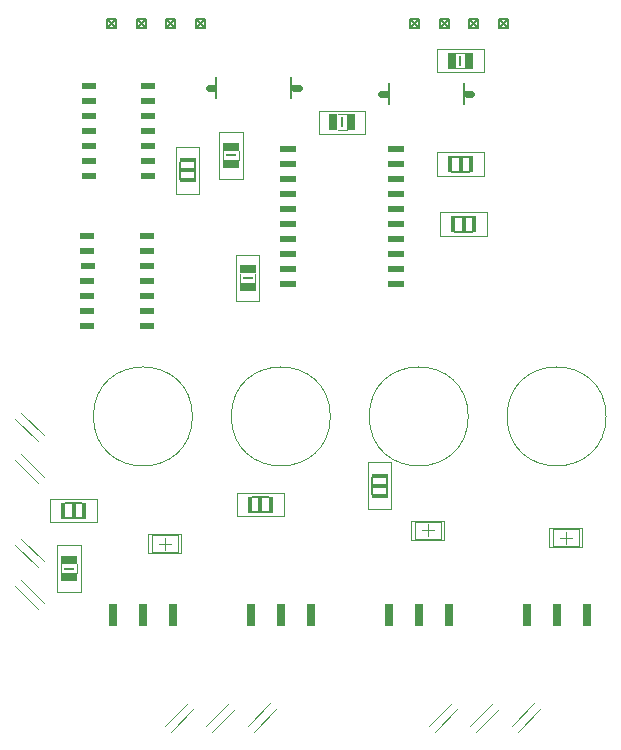
<source format=gko>
%FSLAX24Y24*%
%MOIN*%
G70*
G01*
G75*
G04 Layer_Color=16711935*
%ADD10R,0.0630X0.0520*%
%ADD11R,0.0600X0.0520*%
%ADD12R,0.0800X0.0260*%
%ADD13R,0.0520X0.0630*%
%ADD14R,0.0520X0.0600*%
%ADD15C,0.0350*%
%ADD16C,0.0600*%
%ADD17C,0.0700*%
%ADD18R,0.0079X0.0318*%
%ADD19R,0.0476X0.0159*%
%ADD20R,0.0318X0.0079*%
%ADD21R,0.0159X0.0476*%
%ADD22R,0.0079X0.0318*%
%ADD23C,0.0000*%
%ADD24C,0.0039*%
%ADD25C,0.0040*%
%ADD26C,0.0060*%
%ADD27C,0.0240*%
%ADD28R,0.0295X0.0575*%
%ADD29R,0.0300X0.0575*%
%ADD30R,0.0560X0.0140*%
%ADD31R,0.0575X0.0295*%
%ADD32R,0.0575X0.0300*%
%ADD33R,0.0300X0.0750*%
%ADD34R,0.0140X0.0560*%
%ADD35R,0.0580X0.0200*%
%ADD36R,0.0100X0.0240*%
%ADD37R,0.0450X0.0200*%
%ADD38C,0.0020*%
%ADD39R,0.1500X0.1500*%
%ADD40O,0.0600X0.1200*%
%ADD41C,0.0670*%
%ADD42O,0.0660X0.1320*%
%ADD43C,0.1300*%
G04:AMPARAMS|DCode=44|XSize=48mil|YSize=48mil|CornerRadius=0mil|HoleSize=0mil|Usage=FLASHONLY|Rotation=180.000|XOffset=0mil|YOffset=0mil|HoleType=Round|Shape=Octagon|*
%AMOCTAGOND44*
4,1,8,-0.0240,0.0120,-0.0240,-0.0120,-0.0120,-0.0240,0.0120,-0.0240,0.0240,-0.0120,0.0240,0.0120,0.0120,0.0240,-0.0120,0.0240,-0.0240,0.0120,0.0*
%
%ADD44OCTAGOND44*%

%ADD45C,0.0500*%
%ADD46R,0.0433X0.0551*%
%ADD47C,0.0650*%
%ADD48C,0.0100*%
%ADD49C,0.0034*%
%ADD50R,0.0300X0.0250*%
%ADD51R,0.0500X0.1100*%
%ADD52R,0.0050X0.0200*%
%ADD53R,0.0710X0.0600*%
%ADD54R,0.0680X0.0600*%
%ADD55R,0.0880X0.0340*%
%ADD56R,0.0600X0.0710*%
%ADD57R,0.0600X0.0680*%
%ADD58R,0.1580X0.1580*%
%ADD59O,0.0680X0.1280*%
%ADD60C,0.0750*%
%ADD61O,0.0740X0.1400*%
%ADD62C,0.1380*%
G04:AMPARAMS|DCode=63|XSize=56mil|YSize=56mil|CornerRadius=0mil|HoleSize=0mil|Usage=FLASHONLY|Rotation=180.000|XOffset=0mil|YOffset=0mil|HoleType=Round|Shape=Octagon|*
%AMOCTAGOND63*
4,1,8,-0.0280,0.0140,-0.0280,-0.0140,-0.0140,-0.0280,0.0140,-0.0280,0.0280,-0.0140,0.0280,0.0140,0.0140,0.0280,-0.0140,0.0280,-0.0280,0.0140,0.0*
%
%ADD63OCTAGOND63*%

%ADD64C,0.0580*%
%ADD65R,0.0513X0.0631*%
D18*
X16235Y24099D02*
D03*
D19*
X7152Y20449D02*
D03*
X13548Y9929D02*
D03*
D20*
X8601Y20940D02*
D03*
X3201Y7160D02*
D03*
X9149Y16850D02*
D03*
D21*
X9579Y9302D02*
D03*
X3349Y9102D02*
D03*
X16351Y18652D02*
D03*
X16251Y20652D02*
D03*
D22*
X12300Y22049D02*
D03*
D23*
X21100Y12239D02*
G03*
X21100Y12239I-1650J0D01*
G01*
X16504D02*
G03*
X16504Y12239I-1650J0D01*
G01*
X11907D02*
G03*
X11907Y12239I-1650J0D01*
G01*
X7311D02*
G03*
X7311Y12239I-1650J0D01*
G01*
X21100D02*
G03*
X21100Y12239I-1650J0D01*
G01*
X16504D02*
G03*
X16504Y12239I-1650J0D01*
G01*
X11907D02*
G03*
X11907Y12239I-1650J0D01*
G01*
X7311D02*
G03*
X7311Y12239I-1650J0D01*
G01*
D24*
X6828Y7715D02*
Y8285D01*
X5962Y7715D02*
Y8285D01*
X6828D01*
X5962Y7715D02*
X6828D01*
X14717Y8165D02*
Y8735D01*
X15583Y8165D02*
Y8735D01*
X14717Y8165D02*
X15583D01*
X14717Y8735D02*
X15583D01*
X19317Y7915D02*
Y8485D01*
X20183Y7915D02*
Y8485D01*
X19317Y7915D02*
X20183D01*
X19317Y8485D02*
X20183D01*
X6946Y7685D02*
Y8315D01*
X5844Y7685D02*
Y8315D01*
X6946D01*
X5844Y7685D02*
X6946D01*
X6198Y8000D02*
X6592D01*
X6395Y7803D02*
Y8197D01*
X14599Y8135D02*
Y8765D01*
X15701Y8135D02*
Y8765D01*
X14599Y8135D02*
X15701D01*
X14599Y8765D02*
X15701D01*
X14953Y8450D02*
X15347D01*
X15150Y8253D02*
Y8647D01*
X19199Y7885D02*
Y8515D01*
X20301Y7885D02*
Y8515D01*
X19199Y7885D02*
X20301D01*
X19199Y8515D02*
X20301D01*
X19553Y8200D02*
X19947D01*
X19750Y8003D02*
Y8397D01*
D25*
X16085Y23840D02*
X16385D01*
X16094Y24360D02*
X16385D01*
X8860Y20790D02*
Y21090D01*
X8340Y20790D02*
Y21080D01*
X1410Y6591D02*
X2169Y5836D01*
X1610Y6783D02*
X2364Y6031D01*
X1410Y7970D02*
X2169Y7220D01*
X1610Y8170D02*
X2364Y7410D01*
X1410Y10791D02*
X2169Y10036D01*
X1610Y10983D02*
X2364Y10231D01*
X1410Y12170D02*
X2169Y11420D01*
X1610Y12370D02*
X2364Y11610D01*
X15197Y1931D02*
X15952Y2690D01*
X15392Y1736D02*
X16144Y2490D01*
X16575Y1931D02*
X17330Y2690D01*
X16770Y1736D02*
X17530Y2490D01*
X17960Y1931D02*
X18710Y2690D01*
X18150Y1736D02*
X18910Y2490D01*
X6397Y1931D02*
X7152Y2690D01*
X6592Y1736D02*
X7344Y2490D01*
X7775Y1931D02*
X8530Y2690D01*
X7970Y1736D02*
X8730Y2490D01*
X9160Y1931D02*
X9910Y2690D01*
X9350Y1736D02*
X10110Y2490D01*
X3460Y7010D02*
Y7310D01*
X2940Y7020D02*
Y7310D01*
X8890Y16700D02*
Y17000D01*
X9410Y16710D02*
Y17000D01*
X12150Y21790D02*
X12450D01*
X12150Y22310D02*
X12440D01*
D26*
X6441Y25500D02*
X6741D01*
X6441Y25200D02*
Y25500D01*
Y25200D02*
X6741D01*
Y25500D01*
X6441D02*
X6741Y25200D01*
X6441D02*
X6741Y25500D01*
X7431Y25200D02*
Y25500D01*
Y25200D02*
X7732D01*
Y25500D01*
X7431D02*
X7732D01*
X7431Y25200D02*
X7732Y25500D01*
X7431D02*
X7732Y25200D01*
X4778D02*
Y25500D01*
X4478Y25200D02*
X4778D01*
X4478D02*
Y25500D01*
X4778Y25200D01*
X4478D02*
X4778Y25500D01*
X4478D02*
X4778D01*
X5758Y25200D02*
Y25500D01*
X5458Y25200D02*
X5758D01*
X5458D02*
Y25500D01*
X5758Y25200D01*
X5458D02*
X5758Y25500D01*
X5458D02*
X5758D01*
X7400Y20170D02*
Y20730D01*
X6900Y20170D02*
Y20730D01*
X16533Y25500D02*
X16833D01*
X16533Y25200D02*
Y25500D01*
Y25200D02*
X16833D01*
Y25500D01*
X16533D02*
X16833Y25200D01*
X16533D02*
X16833Y25500D01*
X17524Y25200D02*
Y25500D01*
Y25200D02*
X17824D01*
Y25500D01*
X17524D02*
X17824D01*
X17524Y25200D02*
X17824Y25500D01*
X17524D02*
X17824Y25200D01*
X14870D02*
Y25500D01*
X14570Y25200D02*
X14870D01*
X14570D02*
Y25500D01*
X14870Y25200D01*
X14570D02*
X14870Y25500D01*
X14570D02*
X14870D01*
X15850Y25200D02*
Y25500D01*
X15550Y25200D02*
X15850D01*
X15550D02*
Y25500D01*
X15850Y25200D01*
X15550D02*
X15850Y25500D01*
X15550D02*
X15850D01*
X9300Y9550D02*
X9860D01*
X9300Y9050D02*
X9860D01*
X3070Y9350D02*
X3630D01*
X3070Y8850D02*
X3630D01*
X13300Y9650D02*
Y10210D01*
X13800Y9650D02*
Y10210D01*
X16070Y18900D02*
X16630D01*
X16070Y18400D02*
X16630D01*
X15970Y20900D02*
X16530D01*
X15970Y20400D02*
X16530D01*
X16350Y22650D02*
Y23350D01*
X13850Y22650D02*
Y23350D01*
X10600Y22850D02*
Y23550D01*
X8100Y22850D02*
Y23550D01*
D27*
X16450Y23000D02*
X16600D01*
X13600D02*
X13750D01*
X10700Y23200D02*
X10850D01*
X7850D02*
X8000D01*
D28*
X15952Y24097D02*
D03*
X12582Y22048D02*
D03*
D29*
X16525Y24097D02*
D03*
X12010Y22048D02*
D03*
D30*
X7150Y20790D02*
D03*
Y20110D02*
D03*
X13550Y10270D02*
D03*
Y9590D02*
D03*
D31*
X8602Y21222D02*
D03*
X3203Y6878D02*
D03*
X9147Y16568D02*
D03*
D32*
X8602Y20650D02*
D03*
X3203Y7450D02*
D03*
X9147Y17140D02*
D03*
D33*
X18450Y5614D02*
D03*
X19450D02*
D03*
X20450D02*
D03*
X13854D02*
D03*
X14854D02*
D03*
X15854D02*
D03*
X9257D02*
D03*
X10257D02*
D03*
X11257D02*
D03*
X4661D02*
D03*
X5661D02*
D03*
X6661D02*
D03*
D34*
X9920Y9300D02*
D03*
X9240D02*
D03*
X3690Y9100D02*
D03*
X3010D02*
D03*
X16010Y18650D02*
D03*
X16690D02*
D03*
X15910Y20650D02*
D03*
X16590D02*
D03*
D35*
X10490Y21150D02*
D03*
Y20650D02*
D03*
Y20150D02*
D03*
Y19650D02*
D03*
Y19150D02*
D03*
Y18650D02*
D03*
Y18150D02*
D03*
Y17650D02*
D03*
X14110Y21150D02*
D03*
Y20650D02*
D03*
Y20150D02*
D03*
Y19650D02*
D03*
Y19150D02*
D03*
Y18650D02*
D03*
Y18150D02*
D03*
Y17650D02*
D03*
Y17150D02*
D03*
Y16650D02*
D03*
X10490Y17150D02*
D03*
Y16650D02*
D03*
D36*
X16400Y23000D02*
D03*
X13800D02*
D03*
X10650Y23200D02*
D03*
X8050D02*
D03*
D37*
X5845Y21750D02*
D03*
X3855Y23250D02*
D03*
Y22750D02*
D03*
X3865Y22250D02*
D03*
X3855Y21750D02*
D03*
X5845Y22250D02*
D03*
Y22750D02*
D03*
Y23250D02*
D03*
Y21250D02*
D03*
Y20750D02*
D03*
Y20250D02*
D03*
X3855Y21250D02*
D03*
Y20750D02*
D03*
Y20250D02*
D03*
X5795Y16750D02*
D03*
X3805Y18250D02*
D03*
Y17750D02*
D03*
X3815Y17250D02*
D03*
X3805Y16750D02*
D03*
X5795Y17250D02*
D03*
Y17750D02*
D03*
Y18250D02*
D03*
Y16250D02*
D03*
Y15750D02*
D03*
Y15250D02*
D03*
X3805Y16250D02*
D03*
Y15750D02*
D03*
Y15250D02*
D03*
D38*
X15458Y23710D02*
X17015D01*
X15458Y24487D02*
X17015D01*
X15458Y23710D02*
Y24487D01*
X17015Y23710D02*
Y24487D01*
X7540Y19670D02*
Y21227D01*
X6763Y19670D02*
Y21227D01*
X7540D01*
X6763Y19670D02*
X7540D01*
X8990Y20160D02*
Y21717D01*
X8213Y20160D02*
Y21717D01*
X8990D01*
X8213Y20160D02*
X8990D01*
X8800Y9690D02*
X10357D01*
X8800Y8913D02*
X10357D01*
Y9690D01*
X8800Y8913D02*
Y9690D01*
X3590Y6383D02*
Y7940D01*
X2813Y6383D02*
Y7940D01*
Y6383D02*
X3590D01*
X2813Y7940D02*
X3590D01*
X2570Y9490D02*
X4127D01*
X2570Y8713D02*
X4127D01*
Y9490D01*
X2570Y8713D02*
Y9490D01*
X13160Y9150D02*
Y10707D01*
X13937Y9150D02*
Y10707D01*
X13160D02*
X13937D01*
X13160Y9150D02*
X13937D01*
X8760Y16073D02*
Y17630D01*
X9537Y16073D02*
Y17630D01*
X8760Y16073D02*
X9537D01*
X8760Y17630D02*
X9537D01*
X15573Y19040D02*
X17130D01*
X15573Y18263D02*
X17130D01*
X15573D02*
Y19040D01*
X17130Y18263D02*
Y19040D01*
X15473Y21040D02*
X17030D01*
X15473Y20263D02*
X17030D01*
X15473D02*
Y21040D01*
X17030Y20263D02*
Y21040D01*
X11520Y21660D02*
X13077D01*
X11520Y22437D02*
X13077D01*
Y21660D02*
Y22437D01*
X11520Y21660D02*
Y22437D01*
M02*

</source>
